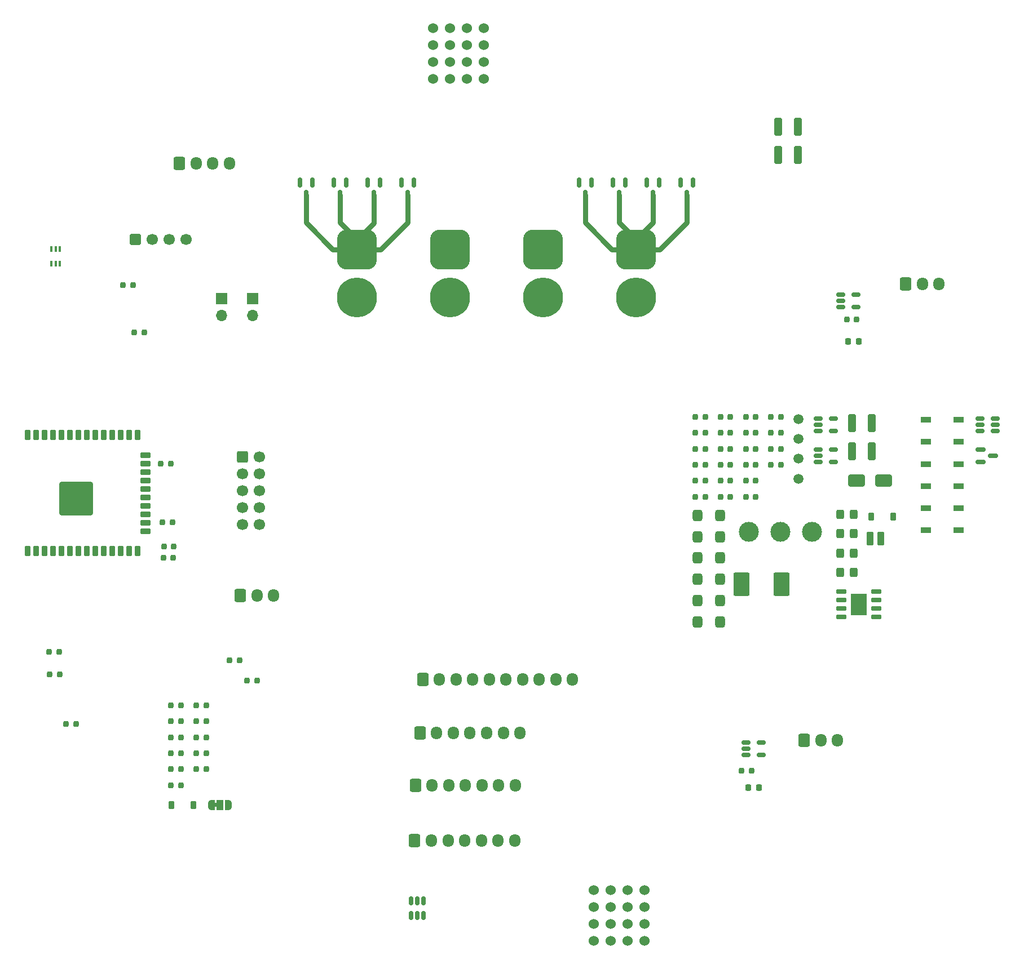
<source format=gbr>
%TF.GenerationSoftware,KiCad,Pcbnew,8.0.1*%
%TF.CreationDate,2024-06-06T23:30:17+02:00*%
%TF.ProjectId,Robuoy-Sub,526f6275-6f79-42d5-9375-622e6b696361,rev?*%
%TF.SameCoordinates,Original*%
%TF.FileFunction,Copper,L1,Top*%
%TF.FilePolarity,Positive*%
%FSLAX46Y46*%
G04 Gerber Fmt 4.6, Leading zero omitted, Abs format (unit mm)*
G04 Created by KiCad (PCBNEW 8.0.1) date 2024-06-06 23:30:17*
%MOMM*%
%LPD*%
G01*
G04 APERTURE LIST*
G04 Aperture macros list*
%AMRoundRect*
0 Rectangle with rounded corners*
0 $1 Rounding radius*
0 $2 $3 $4 $5 $6 $7 $8 $9 X,Y pos of 4 corners*
0 Add a 4 corners polygon primitive as box body*
4,1,4,$2,$3,$4,$5,$6,$7,$8,$9,$2,$3,0*
0 Add four circle primitives for the rounded corners*
1,1,$1+$1,$2,$3*
1,1,$1+$1,$4,$5*
1,1,$1+$1,$6,$7*
1,1,$1+$1,$8,$9*
0 Add four rect primitives between the rounded corners*
20,1,$1+$1,$2,$3,$4,$5,0*
20,1,$1+$1,$4,$5,$6,$7,0*
20,1,$1+$1,$6,$7,$8,$9,0*
20,1,$1+$1,$8,$9,$2,$3,0*%
%AMFreePoly0*
4,1,19,0.550000,-0.750000,0.000000,-0.750000,0.000000,-0.744911,-0.071157,-0.744911,-0.207708,-0.704816,-0.327430,-0.627875,-0.420627,-0.520320,-0.479746,-0.390866,-0.500000,-0.250000,-0.500000,0.250000,-0.479746,0.390866,-0.420627,0.520320,-0.327430,0.627875,-0.207708,0.704816,-0.071157,0.744911,0.000000,0.744911,0.000000,0.750000,0.550000,0.750000,0.550000,-0.750000,0.550000,-0.750000,
$1*%
%AMFreePoly1*
4,1,19,0.000000,0.744911,0.071157,0.744911,0.207708,0.704816,0.327430,0.627875,0.420627,0.520320,0.479746,0.390866,0.500000,0.250000,0.500000,-0.250000,0.479746,-0.390866,0.420627,-0.520320,0.327430,-0.627875,0.207708,-0.704816,0.071157,-0.744911,0.000000,-0.744911,0.000000,-0.750000,-0.550000,-0.750000,-0.550000,0.750000,0.000000,0.750000,0.000000,0.744911,0.000000,0.744911,
$1*%
G04 Aperture macros list end*
%TA.AperFunction,EtchedComponent*%
%ADD10C,0.000000*%
%TD*%
%TA.AperFunction,SMDPad,CuDef*%
%ADD11RoundRect,0.300000X-0.300000X-0.400000X0.300000X-0.400000X0.300000X0.400000X-0.300000X0.400000X0*%
%TD*%
%TA.AperFunction,ComponentPad*%
%ADD12RoundRect,1.500000X-1.500000X1.500000X-1.500000X-1.500000X1.500000X-1.500000X1.500000X1.500000X0*%
%TD*%
%TA.AperFunction,ComponentPad*%
%ADD13C,6.000000*%
%TD*%
%TA.AperFunction,SMDPad,CuDef*%
%ADD14R,1.500000X0.900000*%
%TD*%
%TA.AperFunction,SMDPad,CuDef*%
%ADD15RoundRect,0.150000X-0.150000X0.587500X-0.150000X-0.587500X0.150000X-0.587500X0.150000X0.587500X0*%
%TD*%
%TA.AperFunction,ComponentPad*%
%ADD16RoundRect,0.250000X-0.600000X-0.600000X0.600000X-0.600000X0.600000X0.600000X-0.600000X0.600000X0*%
%TD*%
%TA.AperFunction,ComponentPad*%
%ADD17C,1.700000*%
%TD*%
%TA.AperFunction,SMDPad,CuDef*%
%ADD18RoundRect,0.200000X-0.200000X-0.250000X0.200000X-0.250000X0.200000X0.250000X-0.200000X0.250000X0*%
%TD*%
%TA.AperFunction,SMDPad,CuDef*%
%ADD19RoundRect,0.375000X-0.375000X-0.475000X0.375000X-0.475000X0.375000X0.475000X-0.375000X0.475000X0*%
%TD*%
%TA.AperFunction,ComponentPad*%
%ADD20RoundRect,0.250000X-0.600000X-0.725000X0.600000X-0.725000X0.600000X0.725000X-0.600000X0.725000X0*%
%TD*%
%TA.AperFunction,ComponentPad*%
%ADD21O,1.700000X1.950000*%
%TD*%
%TA.AperFunction,SMDPad,CuDef*%
%ADD22RoundRect,0.250000X-0.325000X-1.100000X0.325000X-1.100000X0.325000X1.100000X-0.325000X1.100000X0*%
%TD*%
%TA.AperFunction,SMDPad,CuDef*%
%ADD23RoundRect,0.250000X-1.000000X-0.650000X1.000000X-0.650000X1.000000X0.650000X-1.000000X0.650000X0*%
%TD*%
%TA.AperFunction,ComponentPad*%
%ADD24R,1.700000X1.700000*%
%TD*%
%TA.AperFunction,ComponentPad*%
%ADD25O,1.700000X1.700000*%
%TD*%
%TA.AperFunction,ComponentPad*%
%ADD26C,1.500000*%
%TD*%
%TA.AperFunction,SMDPad,CuDef*%
%ADD27RoundRect,0.100000X-0.100000X0.350000X-0.100000X-0.350000X0.100000X-0.350000X0.100000X0.350000X0*%
%TD*%
%TA.AperFunction,SMDPad,CuDef*%
%ADD28FreePoly0,0.000000*%
%TD*%
%TA.AperFunction,SMDPad,CuDef*%
%ADD29R,1.000000X1.500000*%
%TD*%
%TA.AperFunction,SMDPad,CuDef*%
%ADD30FreePoly1,0.000000*%
%TD*%
%TA.AperFunction,ComponentPad*%
%ADD31C,1.524000*%
%TD*%
%TA.AperFunction,SMDPad,CuDef*%
%ADD32RoundRect,0.150000X-0.512500X-0.150000X0.512500X-0.150000X0.512500X0.150000X-0.512500X0.150000X0*%
%TD*%
%TA.AperFunction,SMDPad,CuDef*%
%ADD33RoundRect,0.200000X0.200000X0.250000X-0.200000X0.250000X-0.200000X-0.250000X0.200000X-0.250000X0*%
%TD*%
%TA.AperFunction,SMDPad,CuDef*%
%ADD34RoundRect,0.225000X-0.225000X-0.375000X0.225000X-0.375000X0.225000X0.375000X-0.225000X0.375000X0*%
%TD*%
%TA.AperFunction,SMDPad,CuDef*%
%ADD35RoundRect,0.218750X-0.218750X-0.256250X0.218750X-0.256250X0.218750X0.256250X-0.218750X0.256250X0*%
%TD*%
%TA.AperFunction,ComponentPad*%
%ADD36C,3.000000*%
%TD*%
%TA.AperFunction,SMDPad,CuDef*%
%ADD37RoundRect,0.230769X-0.969231X-1.519231X0.969231X-1.519231X0.969231X1.519231X-0.969231X1.519231X0*%
%TD*%
%TA.AperFunction,SMDPad,CuDef*%
%ADD38RoundRect,0.225000X0.225000X-0.525000X0.225000X0.525000X-0.225000X0.525000X-0.225000X-0.525000X0*%
%TD*%
%TA.AperFunction,SMDPad,CuDef*%
%ADD39RoundRect,0.225000X0.525000X0.225000X-0.525000X0.225000X-0.525000X-0.225000X0.525000X-0.225000X0*%
%TD*%
%TA.AperFunction,SMDPad,CuDef*%
%ADD40RoundRect,0.250000X2.250000X-2.250000X2.250000X2.250000X-2.250000X2.250000X-2.250000X-2.250000X0*%
%TD*%
%TA.AperFunction,ComponentPad*%
%ADD41RoundRect,0.206250X-0.618750X-0.618750X0.618750X-0.618750X0.618750X0.618750X-0.618750X0.618750X0*%
%TD*%
%TA.AperFunction,SMDPad,CuDef*%
%ADD42RoundRect,0.091346X-0.383654X-0.958654X0.383654X-0.958654X0.383654X0.958654X-0.383654X0.958654X0*%
%TD*%
%TA.AperFunction,SMDPad,CuDef*%
%ADD43RoundRect,0.150000X-0.650000X-0.150000X0.650000X-0.150000X0.650000X0.150000X-0.650000X0.150000X0*%
%TD*%
%TA.AperFunction,HeatsinkPad*%
%ADD44C,0.500000*%
%TD*%
%TA.AperFunction,HeatsinkPad*%
%ADD45R,2.400000X3.200000*%
%TD*%
%TA.AperFunction,SMDPad,CuDef*%
%ADD46RoundRect,0.150000X0.150000X-0.512500X0.150000X0.512500X-0.150000X0.512500X-0.150000X-0.512500X0*%
%TD*%
%TA.AperFunction,SMDPad,CuDef*%
%ADD47RoundRect,0.150000X-0.587500X-0.150000X0.587500X-0.150000X0.587500X0.150000X-0.587500X0.150000X0*%
%TD*%
%TA.AperFunction,Conductor*%
%ADD48C,0.800000*%
%TD*%
G04 APERTURE END LIST*
D10*
%TA.AperFunction,EtchedComponent*%
%TO.C,JP101*%
G36*
X52755000Y-162565000D02*
G01*
X52255000Y-162565000D01*
X52255000Y-161965000D01*
X52755000Y-161965000D01*
X52755000Y-162565000D01*
G37*
%TD.AperFunction*%
%TD*%
D11*
%TO.P,D206,1,K*%
%TO.N,Net-(D206-K)*%
X146320000Y-127310000D03*
%TO.P,D206,2,A*%
%TO.N,Net-(D206-A)*%
X148320000Y-127310000D03*
%TD*%
D12*
%TO.P,J207,1,Pin_1*%
%TO.N,Net-(D205-K)*%
X73720000Y-78770000D03*
D13*
%TO.P,J207,2,Pin_2*%
%TO.N,Vbatt*%
X73720000Y-85970000D03*
%TD*%
D14*
%TO.P,D102,1,VDD*%
%TO.N,+3.3V*%
X159200000Y-104420000D03*
%TO.P,D102,2,DOUT*%
%TO.N,Net-(D102-DOUT)*%
X159200000Y-107720000D03*
%TO.P,D102,3,VSS*%
%TO.N,GND*%
X164100000Y-107720000D03*
%TO.P,D102,4,DIN*%
%TO.N,LEDS*%
X164100000Y-104420000D03*
%TD*%
D15*
%TO.P,Q203,1,G*%
%TO.N,Net-(Q201-G)*%
X77210000Y-68732500D03*
%TO.P,Q203,2,S*%
%TO.N,GND*%
X75310000Y-68732500D03*
%TO.P,Q203,3,D*%
%TO.N,Net-(D205-K)*%
X76260000Y-70607500D03*
%TD*%
D16*
%TO.P,J101,1,Pin_1*%
%TO.N,EN*%
X56510000Y-109940000D03*
D17*
%TO.P,J101,2,Pin_2*%
%TO.N,+3.3V*%
X59050000Y-109940000D03*
%TO.P,J101,3,Pin_3*%
%TO.N,TX*%
X56510000Y-112480000D03*
%TO.P,J101,4,Pin_4*%
%TO.N,GND*%
X59050000Y-112480000D03*
%TO.P,J101,5,Pin_5*%
%TO.N,RX*%
X56510000Y-115020000D03*
%TO.P,J101,6,Pin_6*%
%TO.N,DR0*%
X59050000Y-115020000D03*
%TO.P,J101,7,Pin_7*%
%TO.N,Net-(J101-Pin_7)*%
X56510000Y-117560000D03*
%TO.P,J101,8,Pin_8*%
%TO.N,Net-(J101-Pin_8)*%
X59050000Y-117560000D03*
%TO.P,J101,9,Pin_9*%
%TO.N,Net-(J101-Pin_9)*%
X56510000Y-120100000D03*
%TO.P,J101,10,Pin_10*%
%TO.N,Net-(J101-Pin_10)*%
X59050000Y-120100000D03*
%TD*%
D18*
%TO.P,C101,1*%
%TO.N,EN*%
X45810000Y-147290000D03*
%TO.P,C101,2*%
%TO.N,GND*%
X47310000Y-147290000D03*
%TD*%
D19*
%TO.P,C204,1*%
%TO.N,+VSW*%
X124870000Y-128360000D03*
%TO.P,C204,2*%
%TO.N,GND*%
X128270000Y-128360000D03*
%TD*%
D20*
%TO.P,J103,1,Pin_1*%
%TO.N,Net-(J103-Pin_1)*%
X156148500Y-83975000D03*
D21*
%TO.P,J103,2,Pin_2*%
%TO.N,Net-(J103-Pin_2)*%
X158648500Y-83975000D03*
%TO.P,J103,3,Pin_3*%
%TO.N,GND*%
X161148500Y-83975000D03*
%TD*%
D18*
%TO.P,R206,1*%
%TO.N,+5V*%
X132120000Y-113560000D03*
%TO.P,R206,2*%
%TO.N,Net-(D203-A)*%
X133620000Y-113560000D03*
%TD*%
%TO.P,R208,1*%
%TO.N,+5V*%
X135920000Y-103960000D03*
%TO.P,R208,2*%
%TO.N,Net-(D205-A)*%
X137420000Y-103960000D03*
%TD*%
%TO.P,R205,1*%
%TO.N,Net-(U201-Vsens)*%
X132120000Y-111160000D03*
%TO.P,R205,2*%
%TO.N,GND*%
X133620000Y-111160000D03*
%TD*%
%TO.P,R211,1*%
%TO.N,Net-(U204-FB)*%
X135920000Y-111160000D03*
%TO.P,R211,2*%
%TO.N,GND*%
X137420000Y-111160000D03*
%TD*%
D22*
%TO.P,C212,1*%
%TO.N,+3.3V*%
X148070000Y-109135000D03*
%TO.P,C212,2*%
%TO.N,GND*%
X151020000Y-109135000D03*
%TD*%
D18*
%TO.P,R109,1*%
%TO.N,+3.3V*%
X38639000Y-84179000D03*
%TO.P,R109,2*%
%TO.N,/CPU/SCL*%
X40139000Y-84179000D03*
%TD*%
%TO.P,C106,1*%
%TO.N,+3.3V*%
X45810000Y-154490000D03*
%TO.P,C106,2*%
%TO.N,GND*%
X47310000Y-154490000D03*
%TD*%
D15*
%TO.P,Q204,1,G*%
%TO.N,Net-(Q202-G)*%
X114040000Y-68732500D03*
%TO.P,Q204,2,S*%
%TO.N,GND*%
X112140000Y-68732500D03*
%TO.P,Q204,3,D*%
%TO.N,Net-(D206-K)*%
X113090000Y-70607500D03*
%TD*%
D18*
%TO.P,R201,1*%
%TO.N,Vbatt*%
X128320000Y-115960000D03*
%TO.P,R201,2*%
%TO.N,GND*%
X129820000Y-115960000D03*
%TD*%
D23*
%TO.P,D202,1,K*%
%TO.N,Net-(D202-K)*%
X148790000Y-113535000D03*
%TO.P,D202,2,A*%
%TO.N,GND*%
X152790000Y-113535000D03*
%TD*%
D19*
%TO.P,C201,1*%
%TO.N,+VSW*%
X124870000Y-118760000D03*
%TO.P,C201,2*%
%TO.N,GND*%
X128270000Y-118760000D03*
%TD*%
D24*
%TO.P,SW102,1,1*%
%TO.N,GND*%
X58050000Y-86180000D03*
D25*
%TO.P,SW102,2,2*%
%TO.N,EN*%
X58050000Y-88720000D03*
%TD*%
D15*
%TO.P,Q206,1,G*%
%TO.N,Net-(Q202-G)*%
X119120000Y-68732500D03*
%TO.P,Q206,2,S*%
%TO.N,GND*%
X117220000Y-68732500D03*
%TO.P,Q206,3,D*%
%TO.N,Net-(D206-K)*%
X118170000Y-70607500D03*
%TD*%
D26*
%TO.P,TP203,1,1*%
%TO.N,Net-(U204-FB)*%
X140070000Y-110260000D03*
%TD*%
D18*
%TO.P,C110,1*%
%TO.N,+5V*%
X49610000Y-149690000D03*
%TO.P,C110,2*%
%TO.N,GND*%
X51110000Y-149690000D03*
%TD*%
D14*
%TO.P,D106,1,VDD*%
%TO.N,+3.3V*%
X159200000Y-117660000D03*
%TO.P,D106,2,DOUT*%
%TO.N,unconnected-(D106-DOUT-Pad2)*%
X159200000Y-120960000D03*
%TO.P,D106,3,VSS*%
%TO.N,GND*%
X164100000Y-120960000D03*
%TO.P,D106,4,DIN*%
%TO.N,Net-(D103-DOUT)*%
X164100000Y-117660000D03*
%TD*%
D18*
%TO.P,R111,1*%
%TO.N,Net-(Q101-D)*%
X27510000Y-139290000D03*
%TO.P,R111,2*%
%TO.N,Net-(J102-Pin_1)*%
X29010000Y-139290000D03*
%TD*%
D22*
%TO.P,C211,1*%
%TO.N,+3.3V*%
X148070000Y-104885000D03*
%TO.P,C211,2*%
%TO.N,GND*%
X151020000Y-104885000D03*
%TD*%
D20*
%TO.P,J105,1,Pin_1*%
%TO.N,Net-(J105-Pin_1)*%
X47090000Y-65860000D03*
D21*
%TO.P,J105,2,Pin_2*%
%TO.N,Net-(J105-Pin_2)*%
X49590000Y-65860000D03*
%TO.P,J105,3,Pin_3*%
%TO.N,/CPU/Vext*%
X52090000Y-65860000D03*
%TO.P,J105,4,Pin_4*%
%TO.N,GND*%
X54590000Y-65860000D03*
%TD*%
D19*
%TO.P,C203,1*%
%TO.N,+VSW*%
X124870000Y-125160000D03*
%TO.P,C203,2*%
%TO.N,GND*%
X128270000Y-125160000D03*
%TD*%
D18*
%TO.P,R207,1*%
%TO.N,Net-(D204-A)*%
X132120000Y-115960000D03*
%TO.P,R207,2*%
%TO.N,+3.3V*%
X133620000Y-115960000D03*
%TD*%
D27*
%TO.P,U103,1,VCC*%
%TO.N,+3.3V*%
X29158000Y-78730000D03*
%TO.P,U103,2,GND*%
%TO.N,GND*%
X28508000Y-78730000D03*
%TO.P,U103,3,EN*%
%TO.N,+3.3V*%
X27858000Y-78730000D03*
%TO.P,U103,4,BUS2*%
%TO.N,/CPU/SCL*%
X27858000Y-80930000D03*
%TO.P,U103,5,GND*%
%TO.N,GND*%
X28508000Y-80930000D03*
%TO.P,U103,6,BUS1*%
%TO.N,/CPU/SDA*%
X29158000Y-80930000D03*
%TD*%
D20*
%TO.P,J202,1,Pin_1*%
%TO.N,Net-(J202-Pin_1)*%
X82410000Y-167590000D03*
D21*
%TO.P,J202,2,Pin_2*%
%TO.N,Net-(J202-Pin_2)*%
X84910000Y-167590000D03*
%TO.P,J202,3,Pin_3*%
%TO.N,Net-(J202-Pin_3)*%
X87410000Y-167590000D03*
%TO.P,J202,4,Pin_4*%
%TO.N,Net-(J202-Pin_4)*%
X89910000Y-167590000D03*
%TO.P,J202,5,Pin_5*%
%TO.N,Net-(J202-Pin_5)*%
X92410000Y-167590000D03*
%TO.P,J202,6,Pin_6*%
%TO.N,Net-(J202-Pin_6)*%
X94910000Y-167590000D03*
%TO.P,J202,7,Pin_7*%
%TO.N,Net-(J202-Pin_7)*%
X97410000Y-167590000D03*
%TD*%
D28*
%TO.P,JP101,1,A*%
%TO.N,+5V*%
X51855000Y-162265000D03*
D29*
%TO.P,JP101,2,C*%
%TO.N,/CPU/Vext*%
X53155000Y-162265000D03*
D30*
%TO.P,JP101,3,B*%
%TO.N,+3.3V*%
X54455000Y-162265000D03*
%TD*%
D31*
%TO.P,TP301,1,1*%
%TO.N,unconnected-(TP301-Pad1)*%
X85150000Y-45540000D03*
%TO.P,TP301,2*%
%TO.N,N/C*%
X87690000Y-45540000D03*
%TO.P,TP301,3*%
X90230000Y-45540000D03*
%TO.P,TP301,4*%
X92770000Y-45540000D03*
%TO.P,TP301,5*%
X85150000Y-48080000D03*
%TO.P,TP301,6*%
X87690000Y-48080000D03*
%TO.P,TP301,7*%
X90230000Y-48080000D03*
%TO.P,TP301,8*%
X92770000Y-48080000D03*
%TO.P,TP301,9*%
X85150000Y-50620000D03*
%TO.P,TP301,10*%
X87690000Y-50620000D03*
%TO.P,TP301,11*%
X90230000Y-50620000D03*
%TO.P,TP301,12*%
X92770000Y-50620000D03*
%TO.P,TP301,13*%
X85150000Y-53160000D03*
%TO.P,TP301,14*%
X87690000Y-53160000D03*
%TO.P,TP301,15*%
X90230000Y-53160000D03*
%TO.P,TP301,16*%
X92770000Y-53160000D03*
%TD*%
D20*
%TO.P,J206,1,Pin_1*%
%TO.N,Net-(J202-Pin_1)*%
X83210000Y-151490000D03*
D21*
%TO.P,J206,2,Pin_2*%
%TO.N,Net-(J202-Pin_2)*%
X85710000Y-151490000D03*
%TO.P,J206,3,Pin_3*%
%TO.N,Net-(J202-Pin_3)*%
X88210000Y-151490000D03*
%TO.P,J206,4,Pin_4*%
%TO.N,Net-(J202-Pin_4)*%
X90710000Y-151490000D03*
%TO.P,J206,5,Pin_5*%
%TO.N,Net-(J202-Pin_5)*%
X93210000Y-151490000D03*
%TO.P,J206,6,Pin_6*%
%TO.N,Net-(J202-Pin_6)*%
X95710000Y-151490000D03*
%TO.P,J206,7,Pin_7*%
%TO.N,Net-(J202-Pin_7)*%
X98210000Y-151490000D03*
%TD*%
D20*
%TO.P,J104,1,Pin_1*%
%TO.N,Net-(J104-Pin_1)*%
X140897500Y-152555000D03*
D21*
%TO.P,J104,2,Pin_2*%
%TO.N,Net-(J104-Pin_2)*%
X143397500Y-152555000D03*
%TO.P,J104,3,Pin_3*%
%TO.N,GND*%
X145897500Y-152555000D03*
%TD*%
D11*
%TO.P,D203,1,K*%
%TO.N,GND*%
X146320000Y-118610000D03*
%TO.P,D203,2,A*%
%TO.N,Net-(D203-A)*%
X148320000Y-118610000D03*
%TD*%
D32*
%TO.P,U102,1,I/O1*%
%TO.N,Net-(J105-Pin_2)*%
X167297500Y-104210000D03*
%TO.P,U102,2,GND*%
%TO.N,GND*%
X167297500Y-105160000D03*
%TO.P,U102,3,I/O2*%
%TO.N,Net-(J105-Pin_1)*%
X167297500Y-106110000D03*
%TO.P,U102,4,I/O3*%
%TO.N,/CPU/SDA*%
X169572500Y-106110000D03*
%TO.P,U102,5,VBUS*%
%TO.N,+3.3V*%
X169572500Y-105160000D03*
%TO.P,U102,6,I/O4*%
%TO.N,/CPU/SCL*%
X169572500Y-104210000D03*
%TD*%
D11*
%TO.P,D204,1,K*%
%TO.N,GND*%
X146320000Y-121510000D03*
%TO.P,D204,2,A*%
%TO.N,Net-(D204-A)*%
X148320000Y-121510000D03*
%TD*%
D18*
%TO.P,R112,1*%
%TO.N,Net-(D104-A)*%
X147270500Y-89294000D03*
%TO.P,R112,2*%
%TO.N,Net-(J103-Pin_2)*%
X148770500Y-89294000D03*
%TD*%
%TO.P,C205,1*%
%TO.N,+VSW*%
X124520000Y-103960000D03*
%TO.P,C205,2*%
%TO.N,GND*%
X126020000Y-103960000D03*
%TD*%
D26*
%TO.P,TP204,1,1*%
%TO.N,+5V*%
X140070000Y-113260000D03*
%TD*%
D33*
%TO.P,R106,1*%
%TO.N,Net-(J101-Pin_10)*%
X46260000Y-123390000D03*
%TO.P,R106,2*%
%TO.N,MTDI*%
X44760000Y-123390000D03*
%TD*%
D18*
%TO.P,C108,1*%
%TO.N,+3.3V*%
X45810000Y-159290000D03*
%TO.P,C108,2*%
%TO.N,GND*%
X47310000Y-159290000D03*
%TD*%
D32*
%TO.P,U202,1,NC*%
%TO.N,unconnected-(U202-NC-Pad1)*%
X143007500Y-104210000D03*
%TO.P,U202,2,A*%
%TO.N,/CPU/PWR_ESC_SB*%
X143007500Y-105160000D03*
%TO.P,U202,3,GND*%
%TO.N,GND*%
X143007500Y-106110000D03*
%TO.P,U202,4,Y*%
%TO.N,Net-(Q201-G)*%
X145282500Y-106110000D03*
%TO.P,U202,5,VCC*%
%TO.N,+5V*%
X145282500Y-104210000D03*
%TD*%
D34*
%TO.P,D201,1,K*%
%TO.N,+3.3V*%
X150970000Y-118935000D03*
%TO.P,D201,2,A*%
%TO.N,Vbatt*%
X154270000Y-118935000D03*
%TD*%
D15*
%TO.P,Q205,1,G*%
%TO.N,Net-(Q201-G)*%
X72130000Y-68732500D03*
%TO.P,Q205,2,S*%
%TO.N,GND*%
X70230000Y-68732500D03*
%TO.P,Q205,3,D*%
%TO.N,Net-(D205-K)*%
X71180000Y-70607500D03*
%TD*%
D35*
%TO.P,D105,1,K*%
%TO.N,GND*%
X132490000Y-159652000D03*
%TO.P,D105,2,A*%
%TO.N,Net-(D105-A)*%
X134065000Y-159652000D03*
%TD*%
D18*
%TO.P,C111,1*%
%TO.N,+5V*%
X49610000Y-152090000D03*
%TO.P,C111,2*%
%TO.N,GND*%
X51110000Y-152090000D03*
%TD*%
D32*
%TO.P,U203,1,NC*%
%TO.N,unconnected-(U203-NC-Pad1)*%
X143007500Y-108835000D03*
%TO.P,U203,2,A*%
%TO.N,/CPU/PWR_ESC_BB*%
X143007500Y-109785000D03*
%TO.P,U203,3,GND*%
%TO.N,GND*%
X143007500Y-110735000D03*
%TO.P,U203,4,Y*%
%TO.N,Net-(Q202-G)*%
X145282500Y-110735000D03*
%TO.P,U203,5,VCC*%
%TO.N,+5V*%
X145282500Y-108835000D03*
%TD*%
D14*
%TO.P,D103,1,VDD*%
%TO.N,+3.3V*%
X159200000Y-111040000D03*
%TO.P,D103,2,DOUT*%
%TO.N,Net-(D103-DOUT)*%
X159200000Y-114340000D03*
%TO.P,D103,3,VSS*%
%TO.N,GND*%
X164100000Y-114340000D03*
%TO.P,D103,4,DIN*%
%TO.N,Net-(D102-DOUT)*%
X164100000Y-111040000D03*
%TD*%
D22*
%TO.P,C103,1*%
%TO.N,+3.3V*%
X137015000Y-64590000D03*
%TO.P,C103,2*%
%TO.N,GND*%
X139965000Y-64590000D03*
%TD*%
D18*
%TO.P,R102,1*%
%TO.N,+3.3V*%
X54624000Y-140514000D03*
%TO.P,R102,2*%
%TO.N,EN*%
X56124000Y-140514000D03*
%TD*%
D36*
%TO.P,SW201,1,A*%
%TO.N,Vbatt*%
X132620000Y-121210000D03*
%TO.P,SW201,2,B*%
%TO.N,+VSW*%
X137320000Y-121210000D03*
%TO.P,SW201,3*%
%TO.N,N/C*%
X142020000Y-121210000D03*
%TD*%
D20*
%TO.P,J203,1,Pin_1*%
%TO.N,Net-(J202-Pin_1)*%
X82510000Y-159365000D03*
D21*
%TO.P,J203,2,Pin_2*%
%TO.N,Net-(J202-Pin_2)*%
X85010000Y-159365000D03*
%TO.P,J203,3,Pin_3*%
%TO.N,Net-(J202-Pin_3)*%
X87510000Y-159365000D03*
%TO.P,J203,4,Pin_4*%
%TO.N,Net-(J202-Pin_4)*%
X90010000Y-159365000D03*
%TO.P,J203,5,Pin_5*%
%TO.N,Net-(J202-Pin_5)*%
X92510000Y-159365000D03*
%TO.P,J203,6,Pin_6*%
%TO.N,Net-(J202-Pin_6)*%
X95010000Y-159365000D03*
%TO.P,J203,7,Pin_7*%
%TO.N,Net-(J202-Pin_7)*%
X97510000Y-159365000D03*
%TD*%
D18*
%TO.P,C113,1*%
%TO.N,+3.3V*%
X49610000Y-156890000D03*
%TO.P,C113,2*%
%TO.N,GND*%
X51110000Y-156890000D03*
%TD*%
D32*
%TO.P,U105,1,NC*%
%TO.N,unconnected-(U105-NC-Pad1)*%
X132140000Y-152860000D03*
%TO.P,U105,2,A*%
%TO.N,ESC_SB*%
X132140000Y-153810000D03*
%TO.P,U105,3,GND*%
%TO.N,GND*%
X132140000Y-154760000D03*
%TO.P,U105,4,Y*%
%TO.N,Net-(J104-Pin_1)*%
X134415000Y-154760000D03*
%TO.P,U105,5,VCC*%
%TO.N,+5V*%
X134415000Y-152860000D03*
%TD*%
D15*
%TO.P,Q202,1,G*%
%TO.N,Net-(Q202-G)*%
X108960000Y-68732500D03*
%TO.P,Q202,2,S*%
%TO.N,GND*%
X107060000Y-68732500D03*
%TO.P,Q202,3,D*%
%TO.N,Net-(D206-K)*%
X108010000Y-70607500D03*
%TD*%
D18*
%TO.P,C217,1*%
%TO.N,Net-(D206-K)*%
X128320000Y-111160000D03*
%TO.P,C217,2*%
%TO.N,GND*%
X129820000Y-111160000D03*
%TD*%
D37*
%TO.P,L201,1*%
%TO.N,Net-(D202-K)*%
X131470000Y-129085000D03*
%TO.P,L201,2*%
%TO.N,+3.3V*%
X137470000Y-129085000D03*
%TD*%
D19*
%TO.P,C214,1*%
%TO.N,+3.3V*%
X124870000Y-131560000D03*
%TO.P,C214,2*%
%TO.N,GND*%
X128270000Y-131560000D03*
%TD*%
D18*
%TO.P,C210,1*%
%TO.N,+5V*%
X124520000Y-115960000D03*
%TO.P,C210,2*%
%TO.N,GND*%
X126020000Y-115960000D03*
%TD*%
D15*
%TO.P,Q201,1,G*%
%TO.N,Net-(Q201-G)*%
X67050000Y-68732500D03*
%TO.P,Q201,2,S*%
%TO.N,GND*%
X65150000Y-68732500D03*
%TO.P,Q201,3,D*%
%TO.N,Net-(D205-K)*%
X66100000Y-70607500D03*
%TD*%
D20*
%TO.P,J204,1,Pin_1*%
%TO.N,Net-(J202-Pin_1)*%
X83610000Y-143390000D03*
D21*
%TO.P,J204,2,Pin_2*%
%TO.N,Net-(J202-Pin_2)*%
X86110000Y-143390000D03*
%TO.P,J204,3,Pin_3*%
%TO.N,Net-(J202-Pin_3)*%
X88610000Y-143390000D03*
%TO.P,J204,4,Pin_4*%
%TO.N,Net-(J202-Pin_4)*%
X91110000Y-143390000D03*
%TO.P,J204,5,Pin_5*%
%TO.N,Net-(J202-Pin_5)*%
X93610000Y-143390000D03*
%TO.P,J204,6,Pin_6*%
%TO.N,Net-(J202-Pin_6)*%
X96110000Y-143390000D03*
%TO.P,J204,7,Pin_7*%
%TO.N,Net-(J202-Pin_7)*%
X98610000Y-143390000D03*
%TO.P,J204,8,Pin_8*%
%TO.N,+VSW*%
X101110000Y-143390000D03*
%TO.P,J204,9,Pin_9*%
%TO.N,GND*%
X103610000Y-143390000D03*
%TO.P,J204,10,Pin_10*%
%TO.N,Vbatt*%
X106110000Y-143390000D03*
%TD*%
D18*
%TO.P,R107,1*%
%TO.N,BUTTON*%
X30060000Y-150090000D03*
%TO.P,R107,2*%
%TO.N,GND*%
X31560000Y-150090000D03*
%TD*%
D35*
%TO.P,D104,1,K*%
%TO.N,GND*%
X147487000Y-92596000D03*
%TO.P,D104,2,A*%
%TO.N,Net-(D104-A)*%
X149062000Y-92596000D03*
%TD*%
D19*
%TO.P,C218,1*%
%TO.N,+5V*%
X124870000Y-134760000D03*
%TO.P,C218,2*%
%TO.N,GND*%
X128270000Y-134760000D03*
%TD*%
D12*
%TO.P,J201,1,Pin_1*%
%TO.N,GND*%
X87690000Y-78770000D03*
D13*
%TO.P,J201,2,Pin_2*%
%TO.N,Vbatt*%
X87690000Y-85970000D03*
%TD*%
D18*
%TO.P,C207,1*%
%TO.N,Vbatt*%
X124520000Y-108760000D03*
%TO.P,C207,2*%
%TO.N,GND*%
X126020000Y-108760000D03*
%TD*%
D12*
%TO.P,J205,1,Pin_1*%
%TO.N,GND*%
X101680000Y-78770000D03*
D13*
%TO.P,J205,2,Pin_2*%
%TO.N,Vbatt*%
X101680000Y-85970000D03*
%TD*%
D18*
%TO.P,R204,1*%
%TO.N,+3.3V*%
X132120000Y-108760000D03*
%TO.P,R204,2*%
%TO.N,Net-(U201-Vsens)*%
X133620000Y-108760000D03*
%TD*%
D38*
%TO.P,U101,1,GND*%
%TO.N,GND*%
X24253000Y-124140000D03*
%TO.P,U101,2,VDD*%
%TO.N,+3.3V*%
X25523000Y-124140000D03*
%TO.P,U101,3,CHIP_PU/EN*%
%TO.N,EN*%
X26793000Y-124140000D03*
%TO.P,U101,4,GPIO36*%
%TO.N,unconnected-(U101-GPIO36-Pad4)*%
X28063000Y-124140000D03*
%TO.P,U101,5,GPIO39*%
%TO.N,unconnected-(U101-GPIO39-Pad5)*%
X29333000Y-124140000D03*
%TO.P,U101,6,GPIO34*%
%TO.N,unconnected-(U101-GPIO34-Pad6)*%
X30603000Y-124140000D03*
%TO.P,U101,7,GPIO35*%
%TO.N,Vbatt*%
X31873000Y-124140000D03*
%TO.P,U101,8,GPIO32*%
%TO.N,/CPU/PWR_ESC_BB*%
X33143000Y-124140000D03*
%TO.P,U101,9,GPIO33*%
%TO.N,/CPU/PWR_ESC_SB*%
X34413000Y-124140000D03*
%TO.P,U101,10,GPIO25*%
%TO.N,ESC_BB*%
X35683000Y-124140000D03*
%TO.P,U101,11,GPIO26*%
%TO.N,ESC_SB*%
X36953000Y-124140000D03*
%TO.P,U101,12,GPIO27*%
%TO.N,LEDS*%
X38223000Y-124140000D03*
%TO.P,U101,13,MTMS/SCK/CLK/GPIO14*%
%TO.N,MTMS*%
X39493000Y-124140000D03*
%TO.P,U101,14,MTDI/MISO/D2/GPIO12*%
%TO.N,MTDI*%
X40763000Y-124140000D03*
D39*
%TO.P,U101,15,GND*%
%TO.N,GND*%
X42013000Y-121105000D03*
%TO.P,U101,16,MTCK/MOSI/D3/GPIO13*%
%TO.N,MTCK*%
X42013000Y-119835000D03*
%TO.P,U101,17,NC*%
%TO.N,unconnected-(U101-NC-Pad17)*%
X42013000Y-118565000D03*
%TO.P,U101,18,NC*%
%TO.N,unconnected-(U101-NC-Pad18)*%
X42013000Y-117295000D03*
%TO.P,U101,19,NC*%
%TO.N,unconnected-(U101-NC-Pad19)*%
X42013000Y-116025000D03*
%TO.P,U101,20,NC*%
%TO.N,unconnected-(U101-NC-Pad20)*%
X42013000Y-114755000D03*
%TO.P,U101,21,NC*%
%TO.N,unconnected-(U101-NC-Pad21)*%
X42013000Y-113485000D03*
%TO.P,U101,22,NC*%
%TO.N,unconnected-(U101-NC-Pad22)*%
X42013000Y-112215000D03*
%TO.P,U101,23,MTDO/CS/CMD/GPIO15*%
%TO.N,MTDO*%
X42013000Y-110945000D03*
%TO.P,U101,24,D0/GPIO2*%
%TO.N,/CPU/RADIO_5*%
X42013000Y-109675000D03*
D38*
%TO.P,U101,25,BOOT/GPIO0*%
%TO.N,DR0*%
X40763000Y-106640000D03*
%TO.P,U101,26,D1/GPIO4*%
%TO.N,unconnected-(U101-D1{slash}GPIO4-Pad26)*%
X39493000Y-106640000D03*
%TO.P,U101,27,RXD/GPIO16*%
%TO.N,Net-(J105-Pin_2)*%
X38223000Y-106640000D03*
%TO.P,U101,28,TXD/GPIO17*%
%TO.N,Net-(J105-Pin_1)*%
X36953000Y-106640000D03*
%TO.P,U101,29,CS/GPIO5*%
%TO.N,unconnected-(U101-CS{slash}GPIO5-Pad29)*%
X35683000Y-106640000D03*
%TO.P,U101,30,SCK/GPIO18*%
%TO.N,unconnected-(U101-SCK{slash}GPIO18-Pad30)*%
X34413000Y-106640000D03*
%TO.P,U101,31,MISO/GPIO19*%
%TO.N,unconnected-(U101-MISO{slash}GPIO19-Pad31)*%
X33143000Y-106640000D03*
%TO.P,U101,32,NC*%
%TO.N,unconnected-(U101-NC-Pad32)*%
X31873000Y-106640000D03*
%TO.P,U101,33,SDA/GPIO21*%
%TO.N,/CPU/SDA*%
X30603000Y-106640000D03*
%TO.P,U101,34,RXD/GPIO3*%
%TO.N,RX*%
X29333000Y-106640000D03*
%TO.P,U101,35,TXD/GPIO1*%
%TO.N,TX*%
X28063000Y-106640000D03*
%TO.P,U101,36,SCL/GPIO22*%
%TO.N,/CPU/SCL*%
X26793000Y-106640000D03*
%TO.P,U101,37,MOSI/GPIO23*%
%TO.N,unconnected-(U101-MOSI{slash}GPIO23-Pad37)*%
X25523000Y-106640000D03*
%TO.P,U101,38,GND*%
%TO.N,GND*%
X24253000Y-106640000D03*
D40*
%TO.P,U101,39,GND*%
X31598000Y-116250000D03*
%TD*%
D18*
%TO.P,R203,1*%
%TO.N,Vbatt*%
X132120000Y-106360000D03*
%TO.P,R203,2*%
%TO.N,GND*%
X133620000Y-106360000D03*
%TD*%
%TO.P,C215,1*%
%TO.N,+3.3V*%
X128320000Y-106360000D03*
%TO.P,C215,2*%
%TO.N,GND*%
X129820000Y-106360000D03*
%TD*%
D33*
%TO.P,R104,1*%
%TO.N,Net-(J101-Pin_8)*%
X46060000Y-119790000D03*
%TO.P,R104,2*%
%TO.N,MTCK*%
X44560000Y-119790000D03*
%TD*%
D41*
%TO.P,J106,1,Pin_1*%
%TO.N,GND*%
X40426000Y-77307000D03*
D17*
%TO.P,J106,2,Pin_2*%
%TO.N,+5V*%
X42966000Y-77307000D03*
%TO.P,J106,3,Pin_3*%
%TO.N,/CPU/SCL*%
X45506000Y-77307000D03*
%TO.P,J106,4,Pin_4*%
%TO.N,/CPU/SDA*%
X48046000Y-77307000D03*
%TD*%
D19*
%TO.P,C202,1*%
%TO.N,+VSW*%
X124870000Y-121960000D03*
%TO.P,C202,2*%
%TO.N,GND*%
X128270000Y-121960000D03*
%TD*%
D26*
%TO.P,TP202,1,1*%
%TO.N,GND*%
X140070000Y-107260000D03*
%TD*%
D18*
%TO.P,C109,1*%
%TO.N,+3.3V*%
X49610000Y-147290000D03*
%TO.P,C109,2*%
%TO.N,GND*%
X51110000Y-147290000D03*
%TD*%
%TO.P,R108,1*%
%TO.N,+3.3V*%
X57224000Y-143614000D03*
%TO.P,R108,2*%
%TO.N,/CPU/SDA*%
X58724000Y-143614000D03*
%TD*%
%TO.P,C206,1*%
%TO.N,+VSW*%
X124520000Y-106360000D03*
%TO.P,C206,2*%
%TO.N,GND*%
X126020000Y-106360000D03*
%TD*%
%TO.P,C209,1*%
%TO.N,+5V*%
X124520000Y-113560000D03*
%TO.P,C209,2*%
%TO.N,GND*%
X126020000Y-113560000D03*
%TD*%
D42*
%TO.P,L202,1*%
%TO.N,+3.3V*%
X150745000Y-122260000D03*
%TO.P,L202,2*%
%TO.N,Net-(U204-SW)*%
X152395000Y-122260000D03*
%TD*%
D18*
%TO.P,R202,1*%
%TO.N,+VSW*%
X132120000Y-103960000D03*
%TO.P,R202,2*%
%TO.N,Vbatt*%
X133620000Y-103960000D03*
%TD*%
%TO.P,C219,1*%
%TO.N,+5V*%
X128320000Y-113560000D03*
%TO.P,C219,2*%
%TO.N,GND*%
X129820000Y-113560000D03*
%TD*%
D34*
%TO.P,D101,1,K*%
%TO.N,+3.3V*%
X45860000Y-162265000D03*
%TO.P,D101,2,A*%
%TO.N,BUTTON*%
X49160000Y-162265000D03*
%TD*%
D18*
%TO.P,C107,1*%
%TO.N,+3.3V*%
X45810000Y-156890000D03*
%TO.P,C107,2*%
%TO.N,GND*%
X47310000Y-156890000D03*
%TD*%
D26*
%TO.P,TP201,1,1*%
%TO.N,Vbatt*%
X140070000Y-104260000D03*
%TD*%
D22*
%TO.P,C102,1*%
%TO.N,+3.3V*%
X137015000Y-60340000D03*
%TO.P,C102,2*%
%TO.N,GND*%
X139965000Y-60340000D03*
%TD*%
D18*
%TO.P,R210,1*%
%TO.N,+5V*%
X135920000Y-108760000D03*
%TO.P,R210,2*%
%TO.N,Net-(U204-FB)*%
X137420000Y-108760000D03*
%TD*%
%TO.P,C208,1*%
%TO.N,Net-(D202-K)*%
X124520000Y-111160000D03*
%TO.P,C208,2*%
%TO.N,Net-(U201-BOOT)*%
X126020000Y-111160000D03*
%TD*%
D33*
%TO.P,R105,1*%
%TO.N,Net-(J101-Pin_9)*%
X45760000Y-110990000D03*
%TO.P,R105,2*%
%TO.N,MTDO*%
X44260000Y-110990000D03*
%TD*%
D15*
%TO.P,Q207,1,G*%
%TO.N,Net-(Q201-G)*%
X82290000Y-68732500D03*
%TO.P,Q207,2,S*%
%TO.N,GND*%
X80390000Y-68732500D03*
%TO.P,Q207,3,D*%
%TO.N,Net-(D205-K)*%
X81340000Y-70607500D03*
%TD*%
D43*
%TO.P,U201,1,BOOT*%
%TO.N,Net-(U201-BOOT)*%
X146445000Y-130210000D03*
%TO.P,U201,2,NC*%
%TO.N,unconnected-(U201-NC-Pad2)*%
X146445000Y-131480000D03*
%TO.P,U201,3,NC*%
%TO.N,unconnected-(U201-NC-Pad3)*%
X146445000Y-132750000D03*
%TO.P,U201,4,Vsens*%
%TO.N,Net-(U201-Vsens)*%
X146445000Y-134020000D03*
%TO.P,U201,5,ENA*%
%TO.N,unconnected-(U201-ENA-Pad5)*%
X151745000Y-134020000D03*
%TO.P,U201,6,GND*%
%TO.N,GND*%
X151745000Y-132750000D03*
%TO.P,U201,7,Vin*%
%TO.N,+VSW*%
X151745000Y-131480000D03*
%TO.P,U201,8,PH*%
%TO.N,Net-(D202-K)*%
X151745000Y-130210000D03*
D44*
%TO.P,U201,9,PAD*%
%TO.N,GND*%
X148145000Y-130765000D03*
X148145000Y-132115000D03*
X148145000Y-133465000D03*
D45*
X149095000Y-132115000D03*
D44*
X150045000Y-130765000D03*
X150045000Y-132115000D03*
X150045000Y-133465000D03*
%TD*%
D31*
%TO.P,TP302,1,1*%
%TO.N,unconnected-(TP302-Pad1)*%
X109280000Y-175080000D03*
%TO.P,TP302,2*%
%TO.N,N/C*%
X111820000Y-175080000D03*
%TO.P,TP302,3*%
X114360000Y-175080000D03*
%TO.P,TP302,4*%
X116900000Y-175080000D03*
%TO.P,TP302,5*%
X109280000Y-177620000D03*
%TO.P,TP302,6*%
X111820000Y-177620000D03*
%TO.P,TP302,7*%
X114360000Y-177620000D03*
%TO.P,TP302,8*%
X116900000Y-177620000D03*
%TO.P,TP302,9*%
X109280000Y-180160000D03*
%TO.P,TP302,10*%
X111820000Y-180160000D03*
%TO.P,TP302,11*%
X114360000Y-180160000D03*
%TO.P,TP302,12*%
X116900000Y-180160000D03*
%TO.P,TP302,13*%
X109280000Y-182700000D03*
%TO.P,TP302,14*%
X111820000Y-182700000D03*
%TO.P,TP302,15*%
X114360000Y-182700000D03*
%TO.P,TP302,16*%
X116900000Y-182700000D03*
%TD*%
D46*
%TO.P,U204,1,SW*%
%TO.N,Net-(U204-SW)*%
X81860000Y-178927500D03*
%TO.P,U204,2,GND*%
%TO.N,GND*%
X82810000Y-178927500D03*
%TO.P,U204,3,FB*%
%TO.N,Net-(U204-FB)*%
X83760000Y-178927500D03*
%TO.P,U204,4,EN*%
%TO.N,+3.3V*%
X83760000Y-176652500D03*
%TO.P,U204,5,VOUT*%
%TO.N,+5V*%
X82810000Y-176652500D03*
%TO.P,U204,6,VI*%
%TO.N,+3.3V*%
X81860000Y-176652500D03*
%TD*%
D33*
%TO.P,R103,1*%
%TO.N,Net-(J101-Pin_7)*%
X46160000Y-125090000D03*
%TO.P,R103,2*%
%TO.N,MTMS*%
X44660000Y-125090000D03*
%TD*%
D18*
%TO.P,R110,1*%
%TO.N,BUTTON*%
X27610000Y-142690000D03*
%TO.P,R110,2*%
%TO.N,Net-(J102-Pin_3)*%
X29110000Y-142690000D03*
%TD*%
D12*
%TO.P,J208,1,Pin_1*%
%TO.N,Net-(D206-K)*%
X115630000Y-78770000D03*
D13*
%TO.P,J208,2,Pin_2*%
%TO.N,Vbatt*%
X115630000Y-85970000D03*
%TD*%
D20*
%TO.P,J102,1,Pin_1*%
%TO.N,Net-(J102-Pin_1)*%
X56234000Y-130838000D03*
D21*
%TO.P,J102,2,Pin_2*%
%TO.N,+3.3V*%
X58734000Y-130838000D03*
%TO.P,J102,3,Pin_3*%
%TO.N,Net-(J102-Pin_3)*%
X61234000Y-130838000D03*
%TD*%
D18*
%TO.P,C213,1*%
%TO.N,+3.3V*%
X128320000Y-103960000D03*
%TO.P,C213,2*%
%TO.N,GND*%
X129820000Y-103960000D03*
%TD*%
%TO.P,C105,1*%
%TO.N,+3.3V*%
X45810000Y-152090000D03*
%TO.P,C105,2*%
%TO.N,GND*%
X47310000Y-152090000D03*
%TD*%
%TO.P,R209,1*%
%TO.N,+5V*%
X135920000Y-106360000D03*
%TO.P,R209,2*%
%TO.N,Net-(D206-A)*%
X137420000Y-106360000D03*
%TD*%
D47*
%TO.P,Q101,1,G*%
%TO.N,BUTTON_LIGHT*%
X167367500Y-108830000D03*
%TO.P,Q101,2,S*%
%TO.N,GND*%
X167367500Y-110730000D03*
%TO.P,Q101,3,D*%
%TO.N,Net-(Q101-D)*%
X169242500Y-109780000D03*
%TD*%
D18*
%TO.P,R101,1*%
%TO.N,+3.3V*%
X40289000Y-91279000D03*
%TO.P,R101,2*%
%TO.N,DR0*%
X41789000Y-91279000D03*
%TD*%
%TO.P,C104,1*%
%TO.N,+3.3V*%
X45810000Y-149690000D03*
%TO.P,C104,2*%
%TO.N,GND*%
X47310000Y-149690000D03*
%TD*%
%TO.P,R113,1*%
%TO.N,Net-(D105-A)*%
X131511500Y-157112000D03*
%TO.P,R113,2*%
%TO.N,Net-(J104-Pin_2)*%
X133011500Y-157112000D03*
%TD*%
D24*
%TO.P,SW101,1,1*%
%TO.N,GND*%
X53400000Y-86180000D03*
D25*
%TO.P,SW101,2,2*%
%TO.N,DR0*%
X53400000Y-88720000D03*
%TD*%
D18*
%TO.P,C216,1*%
%TO.N,Net-(D205-K)*%
X128320000Y-108760000D03*
%TO.P,C216,2*%
%TO.N,GND*%
X129820000Y-108760000D03*
%TD*%
D15*
%TO.P,Q208,1,G*%
%TO.N,Net-(Q202-G)*%
X124200000Y-68732500D03*
%TO.P,Q208,2,S*%
%TO.N,GND*%
X122300000Y-68732500D03*
%TO.P,Q208,3,D*%
%TO.N,Net-(D206-K)*%
X123250000Y-70607500D03*
%TD*%
D32*
%TO.P,U104,1,NC*%
%TO.N,unconnected-(U104-NC-Pad1)*%
X146375000Y-85550000D03*
%TO.P,U104,2,A*%
%TO.N,ESC_BB*%
X146375000Y-86500000D03*
%TO.P,U104,3,GND*%
%TO.N,GND*%
X146375000Y-87450000D03*
%TO.P,U104,4,Y*%
%TO.N,Net-(J103-Pin_1)*%
X148650000Y-87450000D03*
%TO.P,U104,5,VCC*%
%TO.N,+5V*%
X148650000Y-85550000D03*
%TD*%
D11*
%TO.P,D205,1,K*%
%TO.N,Net-(D205-K)*%
X146320000Y-124410000D03*
%TO.P,D205,2,A*%
%TO.N,Net-(D205-A)*%
X148320000Y-124410000D03*
%TD*%
D18*
%TO.P,C112,1*%
%TO.N,GND*%
X49610000Y-154490000D03*
%TO.P,C112,2*%
%TO.N,BUTTON*%
X51110000Y-154490000D03*
%TD*%
D48*
%TO.N,Net-(D205-K)*%
X76260000Y-74855000D02*
X73720000Y-77395000D01*
X81340000Y-74750000D02*
X77320000Y-78770000D01*
X77320000Y-78770000D02*
X73720000Y-78770000D01*
X66100000Y-70607500D02*
X66100000Y-74750000D01*
X73720000Y-77395000D02*
X73720000Y-78770000D01*
X71180000Y-74750000D02*
X72450000Y-76020000D01*
X81340000Y-70607500D02*
X81340000Y-74750000D01*
X70120000Y-78770000D02*
X73720000Y-78770000D01*
X76260000Y-70607500D02*
X76260000Y-74855000D01*
X72450000Y-77500000D02*
X73720000Y-78770000D01*
X66100000Y-74750000D02*
X70120000Y-78770000D01*
X72450000Y-76020000D02*
X72450000Y-77500000D01*
X71180000Y-70607500D02*
X71180000Y-74750000D01*
%TO.N,Net-(D206-K)*%
X119230000Y-78770000D02*
X115630000Y-78770000D01*
X112030000Y-78770000D02*
X115630000Y-78770000D01*
X113090000Y-70607500D02*
X113090000Y-74750000D01*
X123250000Y-70607500D02*
X123250000Y-74750000D01*
X118170000Y-70607500D02*
X118170000Y-74750000D01*
X115630000Y-77290000D02*
X115630000Y-78770000D01*
X123250000Y-74750000D02*
X119230000Y-78770000D01*
X108010000Y-74750000D02*
X112030000Y-78770000D01*
X118170000Y-74750000D02*
X115630000Y-77290000D01*
X108010000Y-70607500D02*
X108010000Y-74750000D01*
X113090000Y-74750000D02*
X115630000Y-77290000D01*
%TD*%
M02*

</source>
